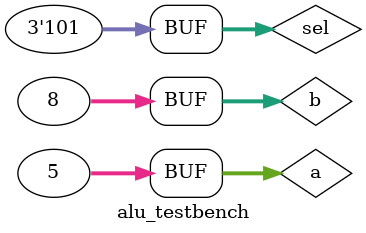
<source format=v>
`define DELAY 20
module alu_testbench();

reg [31:0] a, b;
reg [2:0] sel;
wire [31:0] out;
wire zero;

alu_32bit alu_test(a [31:0],b [31:0],sel,out[31:0], zero);

initial begin
// add test
a = 32'd2;
b = 32'd6;
sel = 3'b100;
#`DELAY;
// add w/overflow test
a = 32'd2147483647;
b = 32'd2147483647;
sel = 3'b100;
#`DELAY;
// sub test
a = 32'd15;
b = 32'd3;
sel = 3'b101;
#`DELAY;
// sub test
a = 32'd0;
b = 32'd2147483647;
sel = 3'b101;
#`DELAY;
// and test
a = 32'b00000000_00000000_00000000_10101010;
b = 32'b00000000_00000000_11111111_11111111;
sel = 3'b000;
#`DELAY;
// or test
a = 32'b00000000_00000000_00000000_10101010;
b = 32'b00000000_00000000_11111111_11111111;
sel = 3'b001;
#`DELAY;
// xor test
a = 32'b00000000_00000000_00000000_10101010;
b = 32'b00000000_00000000_11111111_11111111;
sel = 3'b110;
#`DELAY;
// add test w/zero out
a = 32'd2;
b = 32'd2;
sel = 3'b101;
#`DELAY;
a = 32'd5;
b = 32'd8;
sel = 3'b101;
#`DELAY;
end

initial
begin
$monitor("time = %d, a =%32b, b=%32b, sel=%3b, out=%32b, zero=%1b", $time, a, b, sel, out, zero);
end


endmodule

</source>
